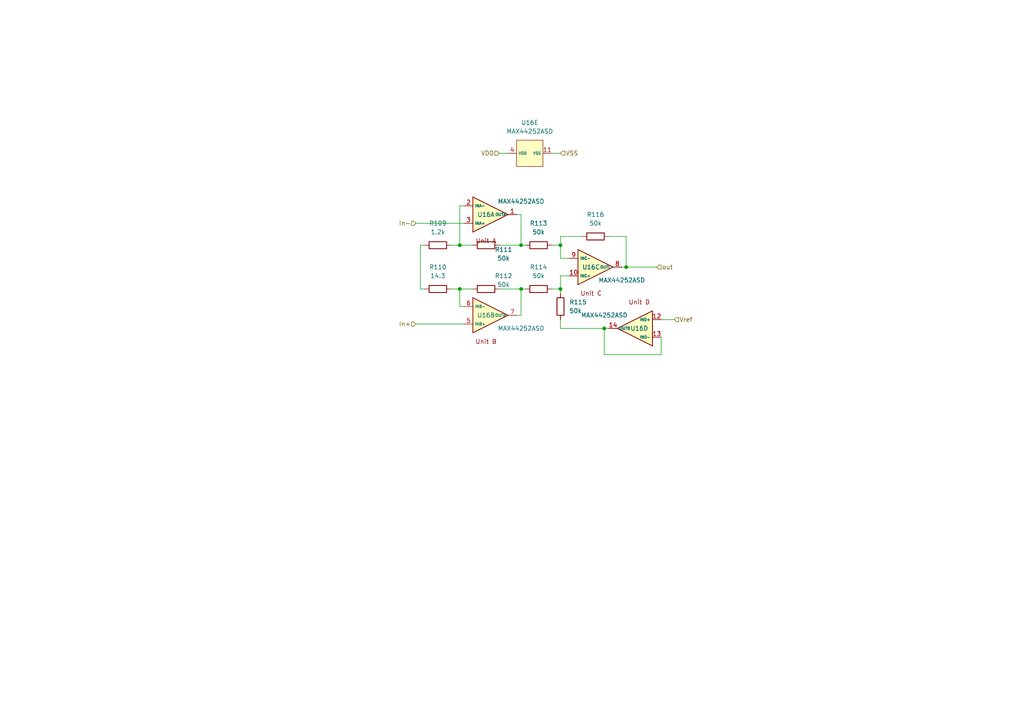
<source format=kicad_sch>
(kicad_sch (version 20211123) (generator eeschema)
  (paper "A4")
  (lib_symbols
    (symbol "Device:R" (pin_numbers hide) (pin_names (offset 0))
      (property "Reference" "R" (at 2.032 0 90))
      (property "Value" "R" (at 0 0 90))
      (symbol "R_0_1"
        (rectangle (start -1.016 -2.54) (end 1.016 2.54) (stroke (width 0.254)))
      )
      (symbol "R_1_1"
        (pin passive line (at 0 3.81 270) (length 1.27) (name "~") (number "1"))
        (pin passive line (at 0 -3.81 90) (length 1.27) (name "~") (number "2"))
      )
    )
    (symbol "MAX44252ASD_Custom:MAX44252ASD"
      (property "Reference" "U" (at 1.905 0 0))
      (property "Value" "MAX44252ASD" (at -11.43 0 0))
      (symbol "MAX44252ASD_1_1"
        (polyline (pts (xy -3.81 5.08) (xy 6.35 0) (xy -3.81 -5.08) (xy -3.81 5.08)) (stroke (width 0.254)) (fill (type background)))
        (text "Unit A" (at 0 -7.62 0) (effects (font (size 1.27 1.27))))
        (pin output line (at 8.89 0 180) (length 2.54) (name "OUTA") (number "1"))
        (pin input line (at -6.35 2.54 0) (length 2.54) (name "INA-") (number "2"))
        (pin input line (at -6.35 -2.54 0) (length 2.54) (name "INA+") (number "3"))
      )
      (symbol "MAX44252ASD_2_1"
        (polyline (pts (xy -3.81 5.08) (xy 6.35 0) (xy -3.81 -5.08) (xy -3.81 5.08)) (stroke (width 0.254)) (fill (type background)))
        (text "Unit B" (at 0 -7.62 0) (effects (font (size 1.27 1.27))))
        (pin input line (at -6.35 -2.54 0) (length 2.54) (name "INB+") (number "5"))
        (pin input line (at -6.35 2.54 0) (length 2.54) (name "INB-") (number "6"))
        (pin output line (at 8.89 0 180) (length 2.54) (name "OUTB") (number "7"))
      )
      (symbol "MAX44252ASD_3_1"
        (polyline (pts (xy -3.81 5.08) (xy 6.35 0) (xy -3.81 -5.08) (xy -3.81 5.08)) (stroke (width 0.254)) (fill (type background)))
        (text "Unit C" (at 0 -7.62 0) (effects (font (size 1.27 1.27))))
        (pin input line (at -6.35 -2.54 0) (length 2.54) (name "INC+") (number "10"))
        (pin output line (at 8.89 0 180) (length 2.54) (name "OUTC") (number "8"))
        (pin input line (at -6.35 2.54 0) (length 2.54) (name "INC-") (number "9"))
      )
      (symbol "MAX44252ASD_4_1"
        (polyline (pts (xy -3.81 5.08) (xy 6.35 0) (xy -3.81 -5.08) (xy -3.81 5.08)) (stroke (width 0.254)) (fill (type background)))
        (text "Unit D" (at 0 -7.62 0) (effects (font (size 1.27 1.27))))
        (pin input line (at -6.35 -2.54 0) (length 2.54) (name "IND+") (number "12"))
        (pin input line (at -6.35 2.54 0) (length 2.54) (name "IND-") (number "13"))
        (pin output line (at 8.89 0 180) (length 2.54) (name "OUTD") (number "14"))
      )
      (symbol "MAX44252ASD_5_1"
        (rectangle (start -3.81 3.81) (end 3.81 -3.81) (stroke (width 0.1524)) (fill (type background)))
        (pin power_in line (at 0 -6.35 90) (length 2.54) (name "VSS") (number "11"))
        (pin power_in line (at 0 6.35 270) (length 2.54) (name "VDD") (number "4"))
      )
    )
  )
  (junction (at 151.13 83.82))
  (junction (at 162.56 83.82))
  (junction (at 162.56 71.12))
  (junction (at 133.35 83.82))
  (junction (at 133.35 71.12))
  (junction (at 175.26 95.25))
  (junction (at 151.13 71.12))
  (junction (at 181.61 77.47))
  (wire (pts (xy 151.13 83.82) (xy 152.4 83.82)))
  (wire (pts (xy 120.65 93.98) (xy 134.62 93.98)))
  (wire (pts (xy 160.02 83.82) (xy 162.56 83.82)))
  (wire (pts (xy 160.02 44.45) (xy 162.56 44.45)))
  (wire (pts (xy 165.1 80.01) (xy 162.56 80.01)))
  (wire (pts (xy 151.13 71.12) (xy 152.4 71.12)))
  (wire (pts (xy 162.56 92.71) (xy 162.56 95.25)))
  (wire (pts (xy 133.35 59.69) (xy 133.35 71.12)))
  (wire (pts (xy 162.56 71.12) (xy 162.56 74.93)))
  (wire (pts (xy 137.16 83.82) (xy 133.35 83.82)))
  (wire (pts (xy 130.81 83.82) (xy 133.35 83.82)))
  (wire (pts (xy 120.65 64.77) (xy 134.62 64.77)))
  (wire (pts (xy 175.26 95.25) (xy 176.53 95.25)))
  (wire (pts (xy 162.56 68.58) (xy 162.56 71.12)))
  (wire (pts (xy 181.61 77.47) (xy 190.5 77.47)))
  (wire (pts (xy 191.77 102.87) (xy 175.26 102.87)))
  (wire (pts (xy 180.34 77.47) (xy 181.61 77.47)))
  (wire (pts (xy 181.61 68.58) (xy 181.61 77.47)))
  (wire (pts (xy 162.56 80.01) (xy 162.56 83.82)))
  (wire (pts (xy 149.86 91.44) (xy 151.13 91.44)))
  (wire (pts (xy 162.56 74.93) (xy 165.1 74.93)))
  (wire (pts (xy 133.35 71.12) (xy 137.16 71.12)))
  (wire (pts (xy 151.13 62.23) (xy 151.13 71.12)))
  (wire (pts (xy 162.56 95.25) (xy 175.26 95.25)))
  (wire (pts (xy 168.91 68.58) (xy 162.56 68.58)))
  (wire (pts (xy 144.78 83.82) (xy 151.13 83.82)))
  (wire (pts (xy 121.92 71.12) (xy 121.92 83.82)))
  (wire (pts (xy 133.35 59.69) (xy 134.62 59.69)))
  (wire (pts (xy 191.77 92.71) (xy 195.58 92.71)))
  (wire (pts (xy 151.13 83.82) (xy 151.13 91.44)))
  (wire (pts (xy 144.78 71.12) (xy 151.13 71.12)))
  (wire (pts (xy 144.78 44.45) (xy 147.32 44.45)))
  (wire (pts (xy 191.77 97.79) (xy 191.77 102.87)))
  (wire (pts (xy 160.02 71.12) (xy 162.56 71.12)))
  (wire (pts (xy 121.92 83.82) (xy 123.19 83.82)))
  (wire (pts (xy 133.35 88.9) (xy 133.35 83.82)))
  (wire (pts (xy 123.19 71.12) (xy 121.92 71.12)))
  (wire (pts (xy 149.86 62.23) (xy 151.13 62.23)))
  (wire (pts (xy 176.53 68.58) (xy 181.61 68.58)))
  (wire (pts (xy 162.56 83.82) (xy 162.56 85.09)))
  (wire (pts (xy 130.81 71.12) (xy 133.35 71.12)))
  (wire (pts (xy 134.62 88.9) (xy 133.35 88.9)))
  (wire (pts (xy 175.26 102.87) (xy 175.26 95.25)))
  (hierarchical_label "VDD" (shape input) (at 144.78 44.45 180))
  (hierarchical_label "In+" (shape input) (at 120.65 93.98 180))
  (hierarchical_label "VSS" (shape input) (at 162.56 44.45 0))
  (hierarchical_label "out" (shape input) (at 190.5 77.47 0))
  (hierarchical_label "In-" (shape input) (at 120.65 64.77 180))
  (hierarchical_label "Vref" (shape input) (at 195.58 92.71 0))
  (symbol (lib_id "Device:R") (at 140.97 83.82 90) (unit 1)
    (property "Reference" "R112" (at 146.05 80.01 90))
    (property "Value" "50k" (at 146.05 82.55 90))
    (property "Footprint" "Resistor_SMD:R_0603_1608Metric" (effects hide))
  )
  (symbol (lib_id "Device:R") (at 162.56 88.9 180) (unit 1)
    (property "Reference" "R115" (at 165.1 87.6299 0) (effects (justify right)))
    (property "Value" "50k" (at 165.1 90.1699 0) (effects (justify right)))
    (property "Footprint" "Resistor_SMD:R_0603_1608Metric" (effects hide))
  )
  (symbol (lib_id "Device:R") (at 140.97 71.12 90) (unit 1)
    (property "Reference" "R111" (at 146.05 72.39 90))
    (property "Value" "50k" (at 146.05 74.93 90))
    (property "Footprint" "Resistor_SMD:R_0603_1608Metric" (effects hide))
  )
  (symbol (lib_id "Device:R") (at 156.21 83.82 90) (unit 1)
    (property "Reference" "R114" (at 156.21 77.47 90))
    (property "Value" "50k" (at 156.21 80.01 90))
    (property "Footprint" "Resistor_SMD:R_0603_1608Metric" (effects hide))
  )
  (symbol (lib_id "MAX44252ASD_Custom:MAX44252ASD") (at 140.97 62.23 0) (unit 1)
    (property "Reference" "U16" (at 140.97 62.23 0))
    (property "Value" "MAX44252ASD" (at 151.13 58.42 0))
    (property "Footprint" "MAX44252ASD-:MAX44252ASD&plus_" (effects hide))
  )
  (symbol (lib_id "Device:R") (at 172.72 68.58 90) (unit 1)
    (property "Reference" "R116" (at 172.72 62.23 90))
    (property "Value" "50k" (at 172.72 64.77 90))
    (property "Footprint" "Resistor_SMD:R_0603_1608Metric" (effects hide))
  )
  (symbol (lib_id "MAX44252ASD_Custom:MAX44252ASD") (at 153.67 44.45 90) (unit 5)
    (property "Reference" "U16" (at 153.67 35.56 90))
    (property "Value" "MAX44252ASD" (at 153.67 38.1 90))
    (property "Footprint" "MAX44252ASD-:MAX44252ASD&plus_" (effects hide))
  )
  (symbol (lib_id "MAX44252ASD_Custom:MAX44252ASD") (at 171.45 77.47 0) (unit 3)
    (property "Reference" "U16" (at 171.45 77.47 0))
    (property "Value" "MAX44252ASD" (at 180.34 81.28 0))
    (property "Footprint" "MAX44252ASD-:MAX44252ASD&plus_" (effects hide))
  )
  (symbol (lib_id "MAX44252ASD_Custom:MAX44252ASD") (at 185.42 95.25 180) (unit 4)
    (property "Reference" "U16" (at 185.42 95.25 0))
    (property "Value" "MAX44252ASD" (at 175.26 91.44 0))
    (property "Footprint" "MAX44252ASD-:MAX44252ASD&plus_" (effects hide))
  )
  (symbol (lib_id "MAX44252ASD_Custom:MAX44252ASD") (at 140.97 91.44 0) (unit 2)
    (property "Reference" "U16" (at 140.97 91.44 0))
    (property "Value" "MAX44252ASD" (at 151.13 95.25 0))
    (property "Footprint" "MAX44252ASD-:MAX44252ASD&plus_" (effects hide))
  )
  (symbol (lib_id "Device:R") (at 156.21 71.12 90) (unit 1)
    (property "Reference" "R113" (at 156.21 64.77 90))
    (property "Value" "50k" (at 156.21 67.31 90))
    (property "Footprint" "Resistor_SMD:R_0603_1608Metric" (effects hide))
  )
  (symbol (lib_id "Device:R") (at 127 71.12 90) (unit 1)
    (property "Reference" "R109" (at 127 64.77 90))
    (property "Value" "1.2k" (at 127 67.31 90))
    (property "Footprint" "Resistor_SMD:R_0603_1608Metric" (effects hide))
  )
  (symbol (lib_id "Device:R") (at 127 83.82 90) (unit 1)
    (property "Reference" "R110" (at 127 77.47 90))
    (property "Value" "14.3" (at 127 80.01 90))
    (property "Footprint" "Resistor_SMD:R_0603_1608Metric" (effects hide))
  )
)
</source>
